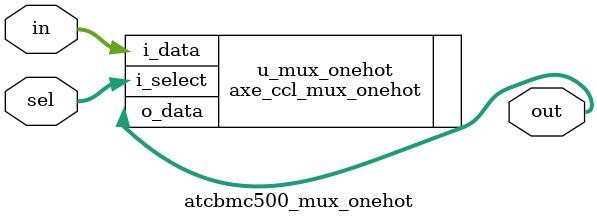
<source format=sv>

module atcbmc500_mux_onehot (
  out,
  sel,
  in
);
  parameter N = 2;
  parameter W = 8;

  output [W - 1:0] out;
  input [N - 1:0] sel;
  input [(N * W) - 1:0] in;

  axe_ccl_mux_onehot #(
    .DataWidth(W),
    .NumInputs(N)
  ) u_mux_onehot (
    .i_data(in),
    .i_select(sel),
    .o_data(out)
  );

endmodule

</source>
